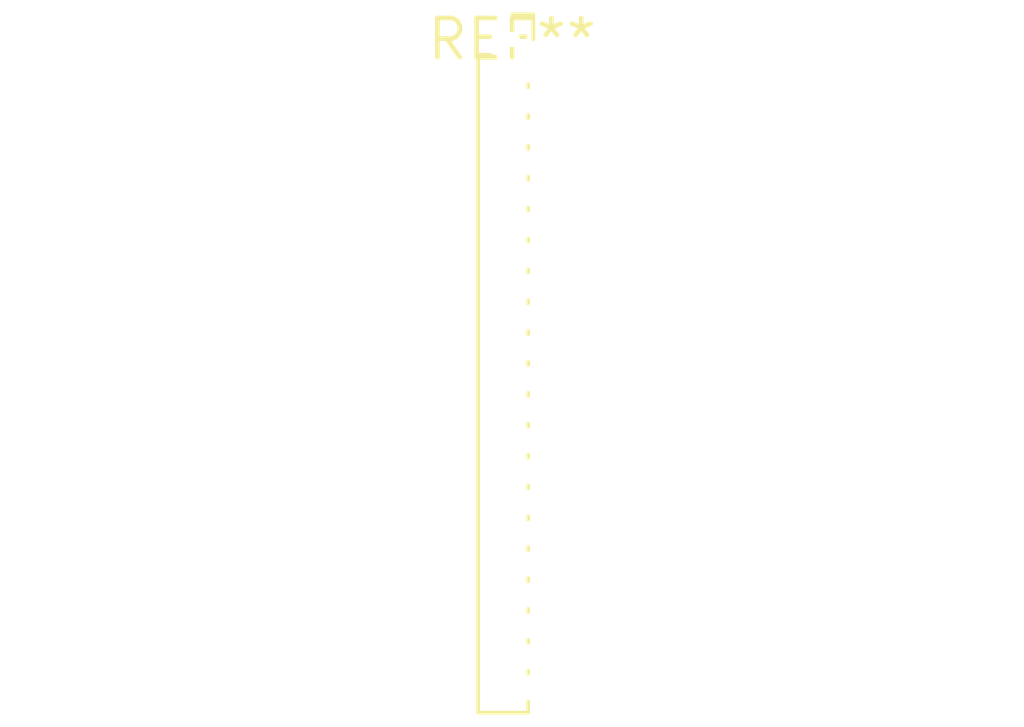
<source format=kicad_pcb>
(kicad_pcb (version 20240108) (generator pcbnew)
  (layers (0 "F.Cu" signal) (31 "B.Cu" signal) (34 "B.Paste" user) (35 "F.Paste" user) (36 "B.SilkS" user "B.Silkscreen") (37 "F.SilkS" user "F.Silkscreen") (38 "B.Mask" user) (39 "F.Mask" user) (44 "Edge.Cuts" user))
  (net 0 "")
  (footprint "PinSocket_1x22_P1.00mm_Vertical" (layer "F.Cu") (at 0 0)
    (property "Reference" "REF**")
    (property "Value" "PinSocket_1x22_P1.00mm_Vertical")
    (fp_line (start -1.1 0.5) (end -1.1 21.81) (layer "F.SilkS") (stroke (width 0.12)))
    (fp_line (start -1.1 0.5) (end -0.685 0.5) (layer "F.SilkS") (stroke (width 0.12)))
    (fp_line (start -1.1 21.81) (end 0.52 21.81) (layer "F.SilkS") (stroke (width 0.12)))
    (fp_line (start 0 -0.81) (end 0.685 -0.81) (layer "F.SilkS") (stroke (width 0.12)))
    (fp_line (start 0.52 1.445898) (end 0.52 1.554102) (layer "F.SilkS") (stroke (width 0.12)))
    (fp_line (start 0.52 2.445898) (end 0.52 2.554102) (layer "F.SilkS") (stroke (width 0.12)))
    (fp_line (start 0.52 3.445898) (end 0.52 3.554102) (layer "F.SilkS") (stroke (width 0.12)))
    (fp_line (start 0.52 4.445898) (end 0.52 4.554102) (layer "F.SilkS") (stroke (width 0.12)))
    (fp_line (start 0.52 5.445898) (end 0.52 5.554102) (layer "F.SilkS") (stroke (width 0.12)))
    (fp_line (start 0.52 6.445898) (end 0.52 6.554102) (layer "F.SilkS") (stroke (width 0.12)))
    (fp_line (start 0.52 7.445898) (end 0.52 7.554102) (layer "F.SilkS") (stroke (width 0.12)))
    (fp_line (start 0.52 8.445898) (end 0.52 8.554102) (layer "F.SilkS") (stroke (width 0.12)))
    (fp_line (start 0.52 9.445898) (end 0.52 9.554102) (layer "F.SilkS") (stroke (width 0.12)))
    (fp_line (start 0.52 10.445898) (end 0.52 10.554102) (layer "F.SilkS") (stroke (width 0.12)))
    (fp_line (start 0.52 11.445898) (end 0.52 11.554102) (layer "F.SilkS") (stroke (width 0.12)))
    (fp_line (start 0.52 12.445898) (end 0.52 12.554102) (layer "F.SilkS") (stroke (width 0.12)))
    (fp_line (start 0.52 13.445898) (end 0.52 13.554102) (layer "F.SilkS") (stroke (width 0.12)))
    (fp_line (start 0.52 14.445898) (end 0.52 14.554102) (layer "F.SilkS") (stroke (width 0.12)))
    (fp_line (start 0.52 15.445898) (end 0.52 15.554102) (layer "F.SilkS") (stroke (width 0.12)))
    (fp_line (start 0.52 16.445898) (end 0.52 16.554102) (layer "F.SilkS") (stroke (width 0.12)))
    (fp_line (start 0.52 17.445898) (end 0.52 17.554102) (layer "F.SilkS") (stroke (width 0.12)))
    (fp_line (start 0.52 18.445898) (end 0.52 18.554102) (layer "F.SilkS") (stroke (width 0.12)))
    (fp_line (start 0.52 19.445898) (end 0.52 19.554102) (layer "F.SilkS") (stroke (width 0.12)))
    (fp_line (start 0.52 20.445898) (end 0.52 20.554102) (layer "F.SilkS") (stroke (width 0.12)))
    (fp_line (start 0.52 21.445898) (end 0.52 21.81) (layer "F.SilkS") (stroke (width 0.12)))
    (fp_line (start 0.685 -0.81) (end 0.685 0) (layer "F.SilkS") (stroke (width 0.12)))
    (pad "1" thru_hole rect (at 0 0) (size 0.85 0.85) (drill 0.5) (layers *.Cu *.Mask) (remove_unused_layers))
    (pad "2" thru_hole oval (at 0 1) (size 0.85 0.85) (drill 0.5) (layers *.Cu *.Mask) (remove_unused_layers))
    (pad "3" thru_hole oval (at 0 2) (size 0.85 0.85) (drill 0.5) (layers *.Cu *.Mask) (remove_unused_layers))
    (pad "4" thru_hole oval (at 0 3) (size 0.85 0.85) (drill 0.5) (layers *.Cu *.Mask) (remove_unused_layers))
    (pad "5" thru_hole oval (at 0 4) (size 0.85 0.85) (drill 0.5) (layers *.Cu *.Mask) (remove_unused_layers))
    (pad "6" thru_hole oval (at 0 5) (size 0.85 0.85) (drill 0.5) (layers *.Cu *.Mask) (remove_unused_layers))
    (pad "7" thru_hole oval (at 0 6) (size 0.85 0.85) (drill 0.5) (layers *.Cu *.Mask) (remove_unused_layers))
    (pad "8" thru_hole oval (at 0 7) (size 0.85 0.85) (drill 0.5) (layers *.Cu *.Mask) (remove_unused_layers))
    (pad "9" thru_hole oval (at 0 8) (size 0.85 0.85) (drill 0.5) (layers *.Cu *.Mask) (remove_unused_layers))
    (pad "10" thru_hole oval (at 0 9) (size 0.85 0.85) (drill 0.5) (layers *.Cu *.Mask) (remove_unused_layers))
    (pad "11" thru_hole oval (at 0 10) (size 0.85 0.85) (drill 0.5) (layers *.Cu *.Mask) (remove_unused_layers))
    (pad "12" thru_hole oval (at 0 11) (size 0.85 0.85) (drill 0.5) (layers *.Cu *.Mask) (remove_unused_layers))
    (pad "13" thru_hole oval (at 0 12) (size 0.85 0.85) (drill 0.5) (layers *.Cu *.Mask) (remove_unused_layers))
    (pad "14" thru_hole oval (at 0 13) (size 0.85 0.85) (drill 0.5) (layers *.Cu *.Mask) (remove_unused_layers))
    (pad "15" thru_hole oval (at 0 14) (size 0.85 0.85) (drill 0.5) (layers *.Cu *.Mask) (remove_unused_layers))
    (pad "16" thru_hole oval (at 0 15) (size 0.85 0.85) (drill 0.5) (layers *.Cu *.Mask) (remove_unused_layers))
    (pad "17" thru_hole oval (at 0 16) (size 0.85 0.85) (drill 0.5) (layers *.Cu *.Mask) (remove_unused_layers))
    (pad "18" thru_hole oval (at 0 17) (size 0.85 0.85) (drill 0.5) (layers *.Cu *.Mask) (remove_unused_layers))
    (pad "19" thru_hole oval (at 0 18) (size 0.85 0.85) (drill 0.5) (layers *.Cu *.Mask) (remove_unused_layers))
    (pad "20" thru_hole oval (at 0 19) (size 0.85 0.85) (drill 0.5) (layers *.Cu *.Mask) (remove_unused_layers))
    (pad "21" thru_hole oval (at 0 20) (size 0.85 0.85) (drill 0.5) (layers *.Cu *.Mask) (remove_unused_layers))
    (pad "22" thru_hole oval (at 0 21) (size 0.85 0.85) (drill 0.5) (layers *.Cu *.Mask) (remove_unused_layers))
  )
)
</source>
